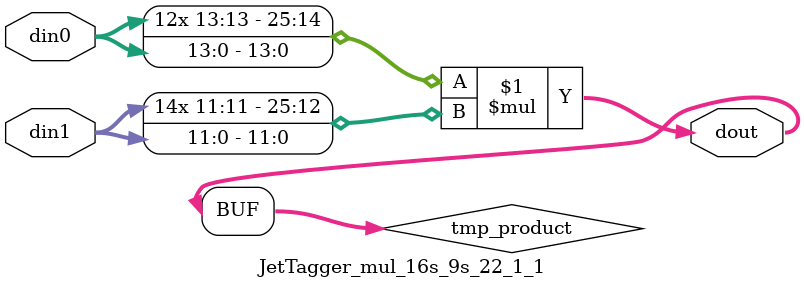
<source format=v>

`timescale 1 ns / 1 ps

  module JetTagger_mul_16s_9s_22_1_1(din0, din1, dout);
parameter ID = 1;
parameter NUM_STAGE = 0;
parameter din0_WIDTH = 14;
parameter din1_WIDTH = 12;
parameter dout_WIDTH = 26;

input [din0_WIDTH - 1 : 0] din0; 
input [din1_WIDTH - 1 : 0] din1; 
output [dout_WIDTH - 1 : 0] dout;

wire signed [dout_WIDTH - 1 : 0] tmp_product;













assign tmp_product = $signed(din0) * $signed(din1);








assign dout = tmp_product;







endmodule

</source>
